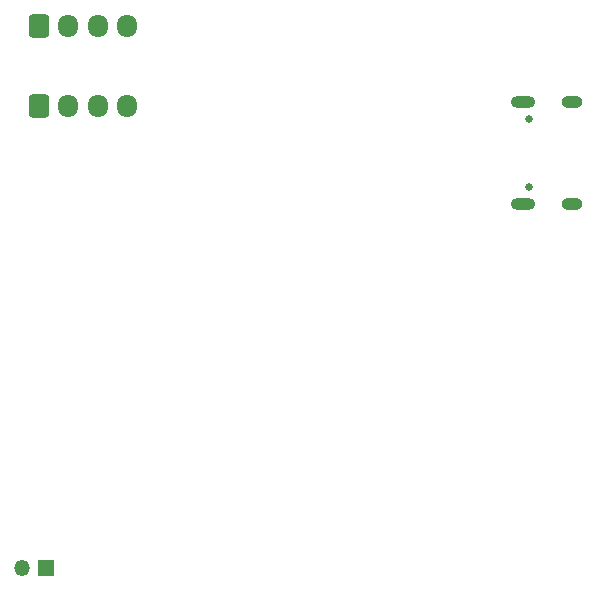
<source format=gbr>
%TF.GenerationSoftware,KiCad,Pcbnew,(6.0.0)*%
%TF.CreationDate,2022-09-29T23:41:46+02:00*%
%TF.ProjectId,bobbycar-lora-can-ethernet,626f6262-7963-4617-922d-6c6f72612d63,rev?*%
%TF.SameCoordinates,Original*%
%TF.FileFunction,Soldermask,Bot*%
%TF.FilePolarity,Negative*%
%FSLAX46Y46*%
G04 Gerber Fmt 4.6, Leading zero omitted, Abs format (unit mm)*
G04 Created by KiCad (PCBNEW (6.0.0)) date 2022-09-29 23:41:46*
%MOMM*%
%LPD*%
G01*
G04 APERTURE LIST*
G04 Aperture macros list*
%AMRoundRect*
0 Rectangle with rounded corners*
0 $1 Rounding radius*
0 $2 $3 $4 $5 $6 $7 $8 $9 X,Y pos of 4 corners*
0 Add a 4 corners polygon primitive as box body*
4,1,4,$2,$3,$4,$5,$6,$7,$8,$9,$2,$3,0*
0 Add four circle primitives for the rounded corners*
1,1,$1+$1,$2,$3*
1,1,$1+$1,$4,$5*
1,1,$1+$1,$6,$7*
1,1,$1+$1,$8,$9*
0 Add four rect primitives between the rounded corners*
20,1,$1+$1,$2,$3,$4,$5,0*
20,1,$1+$1,$4,$5,$6,$7,0*
20,1,$1+$1,$6,$7,$8,$9,0*
20,1,$1+$1,$8,$9,$2,$3,0*%
G04 Aperture macros list end*
%ADD10R,1.350000X1.350000*%
%ADD11O,1.350000X1.350000*%
%ADD12RoundRect,0.250000X-0.600000X-0.725000X0.600000X-0.725000X0.600000X0.725000X-0.600000X0.725000X0*%
%ADD13O,1.700000X1.950000*%
%ADD14C,0.650000*%
%ADD15O,2.100000X1.000000*%
%ADD16O,1.800000X1.000000*%
G04 APERTURE END LIST*
D10*
%TO.C,BT1*%
X3700000Y-48800000D03*
D11*
X1700000Y-48800000D03*
%TD*%
D12*
%TO.C,J2*%
X3100000Y-2875000D03*
D13*
X5600000Y-2875000D03*
X8100000Y-2875000D03*
X10600000Y-2875000D03*
%TD*%
D12*
%TO.C,J1*%
X3100000Y-9700000D03*
D13*
X5600000Y-9700000D03*
X8100000Y-9700000D03*
X10600000Y-9700000D03*
%TD*%
D14*
%TO.C,USBC1*%
X44592500Y-10805000D03*
X44592500Y-16585000D03*
D15*
X44092500Y-18015000D03*
D16*
X48272500Y-18015000D03*
X48272500Y-9375000D03*
D15*
X44092500Y-9375000D03*
%TD*%
M02*

</source>
